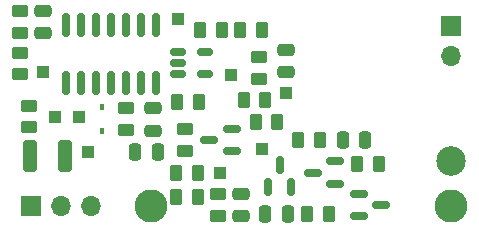
<source format=gbs>
G04 #@! TF.GenerationSoftware,KiCad,Pcbnew,(5.99.0-8941-ge2f8b1a4b1)*
G04 #@! TF.CreationDate,2021-04-11T11:54:57+12:00*
G04 #@! TF.ProjectId,OpenHVPS-5,4f70656e-4856-4505-932d-352e6b696361,V1.2.0*
G04 #@! TF.SameCoordinates,Original*
G04 #@! TF.FileFunction,Soldermask,Bot*
G04 #@! TF.FilePolarity,Negative*
%FSLAX46Y46*%
G04 Gerber Fmt 4.6, Leading zero omitted, Abs format (unit mm)*
G04 Created by KiCad (PCBNEW (5.99.0-8941-ge2f8b1a4b1)) date 2021-04-11 11:54:57*
%MOMM*%
%LPD*%
G01*
G04 APERTURE LIST*
G04 Aperture macros list*
%AMRoundRect*
0 Rectangle with rounded corners*
0 $1 Rounding radius*
0 $2 $3 $4 $5 $6 $7 $8 $9 X,Y pos of 4 corners*
0 Add a 4 corners polygon primitive as box body*
4,1,4,$2,$3,$4,$5,$6,$7,$8,$9,$2,$3,0*
0 Add four circle primitives for the rounded corners*
1,1,$1+$1,$2,$3*
1,1,$1+$1,$4,$5*
1,1,$1+$1,$6,$7*
1,1,$1+$1,$8,$9*
0 Add four rect primitives between the rounded corners*
20,1,$1+$1,$2,$3,$4,$5,0*
20,1,$1+$1,$4,$5,$6,$7,0*
20,1,$1+$1,$6,$7,$8,$9,0*
20,1,$1+$1,$8,$9,$2,$3,0*%
G04 Aperture macros list end*
%ADD10R,1.700000X1.700000*%
%ADD11O,1.700000X1.700000*%
%ADD12C,2.500000*%
%ADD13C,2.800000*%
%ADD14R,1.000000X1.000000*%
%ADD15RoundRect,0.250000X-0.262500X-0.450000X0.262500X-0.450000X0.262500X0.450000X-0.262500X0.450000X0*%
%ADD16RoundRect,0.150000X0.587500X0.150000X-0.587500X0.150000X-0.587500X-0.150000X0.587500X-0.150000X0*%
%ADD17RoundRect,0.250000X0.262500X0.450000X-0.262500X0.450000X-0.262500X-0.450000X0.262500X-0.450000X0*%
%ADD18RoundRect,0.250000X-0.250000X-0.475000X0.250000X-0.475000X0.250000X0.475000X-0.250000X0.475000X0*%
%ADD19RoundRect,0.250000X-0.475000X0.250000X-0.475000X-0.250000X0.475000X-0.250000X0.475000X0.250000X0*%
%ADD20RoundRect,0.250000X0.450000X-0.262500X0.450000X0.262500X-0.450000X0.262500X-0.450000X-0.262500X0*%
%ADD21RoundRect,0.250000X-0.450000X0.262500X-0.450000X-0.262500X0.450000X-0.262500X0.450000X0.262500X0*%
%ADD22R,0.450000X0.600000*%
%ADD23RoundRect,0.150000X-0.512500X-0.150000X0.512500X-0.150000X0.512500X0.150000X-0.512500X0.150000X0*%
%ADD24RoundRect,0.150000X-0.587500X-0.150000X0.587500X-0.150000X0.587500X0.150000X-0.587500X0.150000X0*%
%ADD25RoundRect,0.150000X0.150000X-0.587500X0.150000X0.587500X-0.150000X0.587500X-0.150000X-0.587500X0*%
%ADD26RoundRect,0.150000X0.150000X-0.825000X0.150000X0.825000X-0.150000X0.825000X-0.150000X-0.825000X0*%
%ADD27RoundRect,0.250000X0.250000X0.475000X-0.250000X0.475000X-0.250000X-0.475000X0.250000X-0.475000X0*%
%ADD28RoundRect,0.250000X0.475000X-0.250000X0.475000X0.250000X-0.475000X0.250000X-0.475000X-0.250000X0*%
%ADD29RoundRect,0.250000X-0.325000X-1.100000X0.325000X-1.100000X0.325000X1.100000X-0.325000X1.100000X0*%
G04 APERTURE END LIST*
D10*
X164060000Y-60325000D03*
D11*
X164060000Y-62865000D03*
D12*
X164060000Y-71755000D03*
D13*
X164060000Y-75565000D03*
X138660000Y-75565000D03*
D10*
X128500000Y-75565000D03*
D11*
X131040000Y-75565000D03*
X133580000Y-75565000D03*
D14*
X132520000Y-68020000D03*
D15*
X140795500Y-74803000D03*
X142620500Y-74803000D03*
D14*
X150100000Y-66000000D03*
D15*
X140795500Y-72771000D03*
X142620500Y-72771000D03*
D16*
X154207500Y-71820000D03*
X154207500Y-73720000D03*
X152332500Y-72770000D03*
D14*
X140926250Y-59800000D03*
D17*
X144612500Y-60650000D03*
X142787500Y-60650000D03*
D18*
X148320000Y-76270000D03*
X150220000Y-76270000D03*
D19*
X129520000Y-59070000D03*
X129520000Y-60970000D03*
D14*
X133270000Y-71020000D03*
D18*
X154870000Y-70020000D03*
X156770000Y-70020000D03*
D20*
X141520000Y-70932500D03*
X141520000Y-69107500D03*
D21*
X144270000Y-74607500D03*
X144270000Y-76432500D03*
D22*
X134520000Y-67170000D03*
X134520000Y-69270000D03*
D21*
X127520000Y-59107500D03*
X127520000Y-60932500D03*
D23*
X140962500Y-64450000D03*
X140962500Y-63500000D03*
X140962500Y-62550000D03*
X143237500Y-62550000D03*
X143237500Y-64450000D03*
D19*
X146270000Y-74570000D03*
X146270000Y-76470000D03*
D24*
X156262500Y-76470000D03*
X156262500Y-74570000D03*
X158137500Y-75520000D03*
D15*
X146487500Y-66600000D03*
X148312500Y-66600000D03*
D25*
X150470000Y-73957500D03*
X148570000Y-73957500D03*
X149520000Y-72082500D03*
D14*
X129520000Y-64270000D03*
D17*
X148012500Y-60650000D03*
X146187500Y-60650000D03*
D19*
X138770000Y-67320000D03*
X138770000Y-69220000D03*
D15*
X147487500Y-68500000D03*
X149312500Y-68500000D03*
D14*
X145450000Y-64500000D03*
X144520000Y-72770000D03*
X148020000Y-70770000D03*
D26*
X139080000Y-65195000D03*
X137810000Y-65195000D03*
X136540000Y-65195000D03*
X135270000Y-65195000D03*
X134000000Y-65195000D03*
X132730000Y-65195000D03*
X131460000Y-65195000D03*
X131460000Y-60245000D03*
X132730000Y-60245000D03*
X134000000Y-60245000D03*
X135270000Y-60245000D03*
X136540000Y-60245000D03*
X137810000Y-60245000D03*
X139080000Y-60245000D03*
D21*
X128270000Y-67107500D03*
X128270000Y-68932500D03*
D27*
X139220000Y-71020000D03*
X137320000Y-71020000D03*
D15*
X140857500Y-66770000D03*
X142682500Y-66770000D03*
D21*
X136520000Y-67307500D03*
X136520000Y-69132500D03*
D15*
X156107500Y-72020000D03*
X157932500Y-72020000D03*
D14*
X130520000Y-68020000D03*
D16*
X145457500Y-69070000D03*
X145457500Y-70970000D03*
X143582500Y-70020000D03*
D17*
X152932500Y-70020000D03*
X151107500Y-70020000D03*
D28*
X150100000Y-64250000D03*
X150100000Y-62350000D03*
D20*
X127520000Y-64432500D03*
X127520000Y-62607500D03*
X147800000Y-64812500D03*
X147800000Y-62987500D03*
D29*
X128368000Y-71341500D03*
X131318000Y-71341500D03*
D17*
X153682500Y-76270000D03*
X151857500Y-76270000D03*
M02*

</source>
